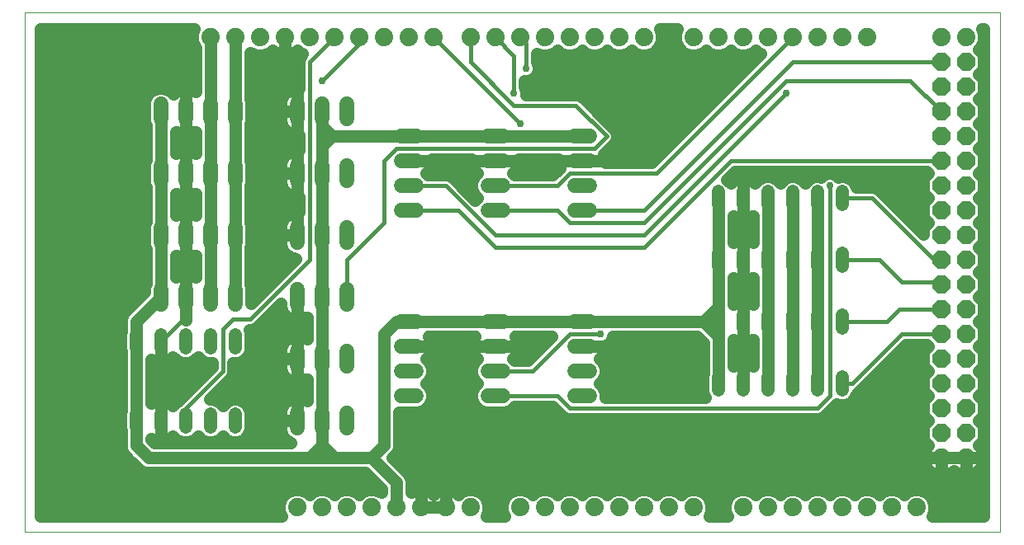
<source format=gtl>
G75*
%MOIN*%
%OFA0B0*%
%FSLAX25Y25*%
%IPPOS*%
%LPD*%
%AMOC8*
5,1,8,0,0,1.08239X$1,22.5*
%
%ADD10C,0.00000*%
%ADD11C,0.07400*%
%ADD12OC8,0.07400*%
%ADD13C,0.06000*%
%ADD14C,0.05200*%
%ADD15C,0.05000*%
%ADD16C,0.01600*%
%ADD17C,0.02978*%
D10*
X0026250Y0009200D02*
X0026250Y0219161D01*
X0419951Y0219161D01*
X0419951Y0009200D01*
X0026250Y0009200D01*
D11*
X0136250Y0019200D03*
X0146250Y0019200D03*
X0156250Y0019200D03*
X0166250Y0019200D03*
X0176250Y0019200D03*
X0186250Y0019200D03*
X0196250Y0019200D03*
X0206250Y0019200D03*
X0226250Y0019200D03*
X0236250Y0019200D03*
X0246250Y0019200D03*
X0256250Y0019200D03*
X0266250Y0019200D03*
X0276250Y0019200D03*
X0286250Y0019200D03*
X0296250Y0019200D03*
X0316250Y0019200D03*
X0326250Y0019200D03*
X0336250Y0019200D03*
X0346250Y0019200D03*
X0356250Y0019200D03*
X0366250Y0019200D03*
X0376250Y0019200D03*
X0386250Y0019200D03*
X0396250Y0039200D03*
X0406250Y0039200D03*
X0406250Y0209200D03*
X0396250Y0209200D03*
X0366250Y0209200D03*
X0356250Y0209200D03*
X0346250Y0209200D03*
X0336250Y0209200D03*
X0326250Y0209200D03*
X0316250Y0209200D03*
X0306250Y0209200D03*
X0296250Y0209200D03*
X0276250Y0209200D03*
X0266250Y0209200D03*
X0256250Y0209200D03*
X0246250Y0209200D03*
X0236250Y0209200D03*
X0226250Y0209200D03*
X0216250Y0209200D03*
X0206250Y0209200D03*
X0191250Y0209200D03*
X0181250Y0209200D03*
X0171250Y0209200D03*
X0161250Y0209200D03*
X0151250Y0209200D03*
X0141250Y0209200D03*
X0131250Y0209200D03*
X0121250Y0209200D03*
X0111250Y0209200D03*
X0101250Y0209200D03*
D12*
X0396250Y0199200D03*
X0406250Y0199200D03*
X0406250Y0189200D03*
X0396250Y0189200D03*
X0396250Y0179200D03*
X0406250Y0179200D03*
X0406250Y0169200D03*
X0396250Y0169200D03*
X0396250Y0159200D03*
X0406250Y0159200D03*
X0406250Y0149200D03*
X0396250Y0149200D03*
X0396250Y0139200D03*
X0406250Y0139200D03*
X0406250Y0129200D03*
X0396250Y0129200D03*
X0396250Y0119200D03*
X0406250Y0119200D03*
X0406250Y0109200D03*
X0396250Y0109200D03*
X0396250Y0099200D03*
X0406250Y0099200D03*
X0406250Y0089200D03*
X0396250Y0089200D03*
X0396250Y0079200D03*
X0406250Y0079200D03*
X0406250Y0069200D03*
X0396250Y0069200D03*
X0396250Y0059200D03*
X0406250Y0059200D03*
X0406250Y0049200D03*
X0396250Y0049200D03*
D13*
X0254250Y0064200D02*
X0248250Y0064200D01*
X0248250Y0074200D02*
X0254250Y0074200D01*
X0254250Y0084200D02*
X0248250Y0084200D01*
X0248250Y0094200D02*
X0254250Y0094200D01*
X0219250Y0094200D02*
X0213250Y0094200D01*
X0213250Y0084200D02*
X0219250Y0084200D01*
X0219250Y0074200D02*
X0213250Y0074200D01*
X0213250Y0064200D02*
X0219250Y0064200D01*
X0184250Y0064200D02*
X0178250Y0064200D01*
X0178250Y0074200D02*
X0184250Y0074200D01*
X0184250Y0084200D02*
X0178250Y0084200D01*
X0178250Y0094200D02*
X0184250Y0094200D01*
X0156250Y0101200D02*
X0156250Y0107200D01*
X0146250Y0107200D02*
X0146250Y0101200D01*
X0136250Y0101200D02*
X0136250Y0107200D01*
X0111250Y0107200D02*
X0111250Y0101200D01*
X0101250Y0101200D02*
X0101250Y0107200D01*
X0091250Y0107200D02*
X0091250Y0101200D01*
X0081250Y0101200D02*
X0081250Y0107200D01*
X0081250Y0126200D02*
X0081250Y0132200D01*
X0091250Y0132200D02*
X0091250Y0126200D01*
X0101250Y0126200D02*
X0101250Y0132200D01*
X0111250Y0132200D02*
X0111250Y0126200D01*
X0136250Y0126200D02*
X0136250Y0132200D01*
X0146250Y0132200D02*
X0146250Y0126200D01*
X0156250Y0126200D02*
X0156250Y0132200D01*
X0178250Y0139200D02*
X0184250Y0139200D01*
X0184250Y0149200D02*
X0178250Y0149200D01*
X0178250Y0159200D02*
X0184250Y0159200D01*
X0184250Y0169200D02*
X0178250Y0169200D01*
X0156250Y0176200D02*
X0156250Y0182200D01*
X0146250Y0182200D02*
X0146250Y0176200D01*
X0136250Y0176200D02*
X0136250Y0182200D01*
X0111250Y0182200D02*
X0111250Y0176200D01*
X0101250Y0176200D02*
X0101250Y0182200D01*
X0091250Y0182200D02*
X0091250Y0176200D01*
X0081250Y0176200D02*
X0081250Y0182200D01*
X0081250Y0157200D02*
X0081250Y0151200D01*
X0091250Y0151200D02*
X0091250Y0157200D01*
X0101250Y0157200D02*
X0101250Y0151200D01*
X0111250Y0151200D02*
X0111250Y0157200D01*
X0136250Y0157200D02*
X0136250Y0151200D01*
X0146250Y0151200D02*
X0146250Y0157200D01*
X0156250Y0157200D02*
X0156250Y0151200D01*
X0213250Y0149200D02*
X0219250Y0149200D01*
X0219250Y0159200D02*
X0213250Y0159200D01*
X0213250Y0169200D02*
X0219250Y0169200D01*
X0248250Y0169200D02*
X0254250Y0169200D01*
X0254250Y0159200D02*
X0248250Y0159200D01*
X0248250Y0149200D02*
X0254250Y0149200D01*
X0254250Y0139200D02*
X0248250Y0139200D01*
X0219250Y0139200D02*
X0213250Y0139200D01*
X0156250Y0082200D02*
X0156250Y0076200D01*
X0146250Y0076200D02*
X0146250Y0082200D01*
X0136250Y0082200D02*
X0136250Y0076200D01*
X0136250Y0057200D02*
X0136250Y0051200D01*
X0146250Y0051200D02*
X0146250Y0057200D01*
X0156250Y0057200D02*
X0156250Y0051200D01*
D14*
X0111250Y0051600D02*
X0111250Y0056800D01*
X0101250Y0056800D02*
X0101250Y0051600D01*
X0091250Y0051600D02*
X0091250Y0056800D01*
X0081250Y0056800D02*
X0081250Y0051600D01*
X0071250Y0051600D02*
X0071250Y0056800D01*
X0071250Y0083600D02*
X0071250Y0088800D01*
X0081250Y0088800D02*
X0081250Y0083600D01*
X0091250Y0083600D02*
X0091250Y0088800D01*
X0101250Y0088800D02*
X0101250Y0083600D01*
X0111250Y0083600D02*
X0111250Y0088800D01*
X0306250Y0091600D02*
X0306250Y0096800D01*
X0316250Y0096800D02*
X0316250Y0091600D01*
X0326250Y0091600D02*
X0326250Y0096800D01*
X0336250Y0096800D02*
X0336250Y0091600D01*
X0346250Y0091600D02*
X0346250Y0096800D01*
X0356250Y0096800D02*
X0356250Y0091600D01*
X0356250Y0071800D02*
X0356250Y0066600D01*
X0346250Y0066600D02*
X0346250Y0071800D01*
X0336250Y0071800D02*
X0336250Y0066600D01*
X0326250Y0066600D02*
X0326250Y0071800D01*
X0316250Y0071800D02*
X0316250Y0066600D01*
X0306250Y0066600D02*
X0306250Y0071800D01*
X0306250Y0116600D02*
X0306250Y0121800D01*
X0316250Y0121800D02*
X0316250Y0116600D01*
X0326250Y0116600D02*
X0326250Y0121800D01*
X0336250Y0121800D02*
X0336250Y0116600D01*
X0346250Y0116600D02*
X0346250Y0121800D01*
X0356250Y0121800D02*
X0356250Y0116600D01*
X0356250Y0141600D02*
X0356250Y0146800D01*
X0346250Y0146800D02*
X0346250Y0141600D01*
X0336250Y0141600D02*
X0336250Y0146800D01*
X0326250Y0146800D02*
X0326250Y0141600D01*
X0316250Y0141600D02*
X0316250Y0146800D01*
X0306250Y0146800D02*
X0306250Y0141600D01*
D15*
X0306250Y0144200D02*
X0306250Y0119200D01*
X0306250Y0100200D01*
X0300250Y0094200D01*
X0306250Y0088200D01*
X0306250Y0069200D01*
X0300150Y0069182D02*
X0258460Y0069182D01*
X0258442Y0069200D02*
X0259760Y0070518D01*
X0260750Y0072907D01*
X0260750Y0075493D01*
X0259760Y0077882D01*
X0258429Y0079213D01*
X0258545Y0079303D01*
X0259147Y0079905D01*
X0259666Y0080581D01*
X0260092Y0081319D01*
X0260418Y0082106D01*
X0260639Y0082929D01*
X0260750Y0083774D01*
X0260750Y0084200D01*
X0260750Y0084626D01*
X0260750Y0084628D01*
X0261576Y0084971D01*
X0262979Y0086374D01*
X0263736Y0088200D01*
X0297765Y0088200D01*
X0300250Y0085715D01*
X0300250Y0073255D01*
X0300150Y0073013D01*
X0300150Y0065387D01*
X0300931Y0063500D01*
X0260750Y0063500D01*
X0260750Y0065493D01*
X0259760Y0067882D01*
X0258442Y0069200D01*
X0260750Y0074181D02*
X0300250Y0074181D01*
X0300250Y0079179D02*
X0258463Y0079179D01*
X0260750Y0084178D02*
X0300250Y0084178D01*
X0306250Y0088200D02*
X0306250Y0094200D01*
X0300250Y0094200D01*
X0251250Y0094200D01*
X0216250Y0094200D01*
X0181250Y0094200D01*
X0176250Y0094200D01*
X0171250Y0089200D01*
X0171250Y0044200D01*
X0166250Y0039200D01*
X0151250Y0039200D01*
X0146250Y0044200D01*
X0141250Y0039200D01*
X0076250Y0039200D01*
X0071250Y0044200D01*
X0071250Y0054200D01*
X0071250Y0086200D01*
X0071250Y0094200D01*
X0081250Y0104200D01*
X0081250Y0129200D01*
X0081250Y0154200D01*
X0081250Y0179200D01*
X0074750Y0179149D02*
X0032750Y0179149D01*
X0032750Y0174151D02*
X0075063Y0174151D01*
X0075250Y0173700D02*
X0074750Y0174907D01*
X0074750Y0183493D01*
X0075740Y0185882D01*
X0077568Y0187710D01*
X0079957Y0188700D01*
X0082543Y0188700D01*
X0084932Y0187710D01*
X0086263Y0186379D01*
X0086353Y0186495D01*
X0086955Y0187097D01*
X0087631Y0187616D01*
X0088369Y0188042D01*
X0089156Y0188368D01*
X0089979Y0188589D01*
X0090824Y0188700D01*
X0091250Y0188700D01*
X0091250Y0179200D01*
X0091250Y0179200D01*
X0091250Y0188700D01*
X0091676Y0188700D01*
X0092521Y0188589D01*
X0093344Y0188368D01*
X0094131Y0188042D01*
X0094869Y0187616D01*
X0095250Y0187324D01*
X0095250Y0205018D01*
X0095146Y0205122D01*
X0094050Y0207768D01*
X0094050Y0210632D01*
X0094890Y0212661D01*
X0032750Y0212661D01*
X0032750Y0015700D01*
X0129907Y0015700D01*
X0129050Y0017768D01*
X0129050Y0020632D01*
X0130146Y0023278D01*
X0132172Y0025304D01*
X0134818Y0026400D01*
X0137682Y0026400D01*
X0140328Y0025304D01*
X0141250Y0024382D01*
X0142172Y0025304D01*
X0144818Y0026400D01*
X0147682Y0026400D01*
X0150328Y0025304D01*
X0151250Y0024382D01*
X0152172Y0025304D01*
X0154818Y0026400D01*
X0157682Y0026400D01*
X0160328Y0025304D01*
X0161250Y0024382D01*
X0162172Y0025304D01*
X0164818Y0026400D01*
X0167682Y0026400D01*
X0170250Y0025336D01*
X0170250Y0026715D01*
X0163765Y0033200D01*
X0075057Y0033200D01*
X0072851Y0034113D01*
X0071163Y0035801D01*
X0067851Y0039113D01*
X0066163Y0040801D01*
X0065250Y0043007D01*
X0065250Y0050145D01*
X0065150Y0050387D01*
X0065150Y0058013D01*
X0065250Y0058255D01*
X0065250Y0082145D01*
X0065150Y0082387D01*
X0065150Y0090013D01*
X0065250Y0090255D01*
X0065250Y0095393D01*
X0066163Y0097599D01*
X0067851Y0099287D01*
X0074750Y0106185D01*
X0074750Y0108493D01*
X0075250Y0109700D01*
X0075250Y0123700D01*
X0074750Y0124907D01*
X0074750Y0133493D01*
X0075250Y0134700D01*
X0075250Y0148700D01*
X0074750Y0149907D01*
X0074750Y0158493D01*
X0075250Y0159700D01*
X0075250Y0173700D01*
X0075250Y0169152D02*
X0032750Y0169152D01*
X0032750Y0164154D02*
X0075250Y0164154D01*
X0075024Y0159155D02*
X0032750Y0159155D01*
X0032750Y0154157D02*
X0074750Y0154157D01*
X0075060Y0149158D02*
X0032750Y0149158D01*
X0032750Y0144160D02*
X0075250Y0144160D01*
X0075250Y0139161D02*
X0032750Y0139161D01*
X0032750Y0134163D02*
X0075027Y0134163D01*
X0074750Y0129164D02*
X0032750Y0129164D01*
X0032750Y0124166D02*
X0075057Y0124166D01*
X0075250Y0119167D02*
X0032750Y0119167D01*
X0032750Y0114169D02*
X0075250Y0114169D01*
X0075031Y0109170D02*
X0032750Y0109170D01*
X0032750Y0104172D02*
X0072736Y0104172D01*
X0067738Y0099173D02*
X0032750Y0099173D01*
X0032750Y0094175D02*
X0065250Y0094175D01*
X0065150Y0089176D02*
X0032750Y0089176D01*
X0032750Y0084178D02*
X0065150Y0084178D01*
X0065250Y0079179D02*
X0032750Y0079179D01*
X0032750Y0074181D02*
X0065250Y0074181D01*
X0065250Y0069182D02*
X0032750Y0069182D01*
X0032750Y0064184D02*
X0065250Y0064184D01*
X0065250Y0059185D02*
X0032750Y0059185D01*
X0032750Y0054187D02*
X0065150Y0054187D01*
X0065250Y0049188D02*
X0032750Y0049188D01*
X0032750Y0044190D02*
X0065250Y0044190D01*
X0067774Y0039191D02*
X0032750Y0039191D01*
X0032750Y0034193D02*
X0072772Y0034193D01*
X0078735Y0045200D02*
X0077250Y0046685D01*
X0077250Y0046973D01*
X0077276Y0046947D01*
X0078053Y0046383D01*
X0078908Y0045947D01*
X0079822Y0045650D01*
X0080770Y0045500D01*
X0081250Y0045500D01*
X0081730Y0045500D01*
X0082678Y0045650D01*
X0083592Y0045947D01*
X0084447Y0046383D01*
X0085224Y0046947D01*
X0085903Y0047626D01*
X0086195Y0048028D01*
X0087795Y0046429D01*
X0090037Y0045500D01*
X0092463Y0045500D01*
X0094705Y0046429D01*
X0096250Y0047973D01*
X0097795Y0046429D01*
X0100037Y0045500D01*
X0102463Y0045500D01*
X0104705Y0046429D01*
X0106250Y0047973D01*
X0107795Y0046429D01*
X0110037Y0045500D01*
X0112463Y0045500D01*
X0114705Y0046429D01*
X0116421Y0048145D01*
X0117350Y0050387D01*
X0117350Y0058013D01*
X0116421Y0060255D01*
X0114705Y0061971D01*
X0112463Y0062900D01*
X0110037Y0062900D01*
X0107795Y0061971D01*
X0106250Y0060427D01*
X0104705Y0061971D01*
X0102463Y0062900D01*
X0101031Y0062900D01*
X0109895Y0071764D01*
X0110550Y0073345D01*
X0110550Y0077500D01*
X0112463Y0077500D01*
X0114705Y0078429D01*
X0116421Y0080145D01*
X0117350Y0082387D01*
X0117350Y0090013D01*
X0116983Y0090900D01*
X0118105Y0090900D01*
X0119686Y0091555D01*
X0120895Y0092764D01*
X0129750Y0101619D01*
X0129750Y0100774D01*
X0129861Y0099929D01*
X0130082Y0099106D01*
X0130408Y0098319D01*
X0130834Y0097581D01*
X0131353Y0096905D01*
X0131955Y0096303D01*
X0132631Y0095784D01*
X0133369Y0095358D01*
X0134156Y0095032D01*
X0134979Y0094811D01*
X0135824Y0094700D01*
X0136250Y0094700D01*
X0136676Y0094700D01*
X0137521Y0094811D01*
X0138344Y0095032D01*
X0139131Y0095358D01*
X0139869Y0095784D01*
X0140250Y0096076D01*
X0140250Y0087324D01*
X0139869Y0087616D01*
X0139131Y0088042D01*
X0138344Y0088368D01*
X0137521Y0088589D01*
X0136676Y0088700D01*
X0136250Y0088700D01*
X0136250Y0079200D01*
X0136250Y0079200D01*
X0136250Y0069700D01*
X0136676Y0069700D01*
X0137521Y0069811D01*
X0138344Y0070032D01*
X0139131Y0070358D01*
X0139869Y0070784D01*
X0140250Y0071076D01*
X0140250Y0062324D01*
X0139869Y0062616D01*
X0139131Y0063042D01*
X0138344Y0063368D01*
X0137521Y0063589D01*
X0136676Y0063700D01*
X0136250Y0063700D01*
X0136250Y0054200D01*
X0136250Y0054200D01*
X0136250Y0054200D01*
X0129750Y0054200D01*
X0129750Y0057626D01*
X0129861Y0058471D01*
X0130082Y0059294D01*
X0130408Y0060081D01*
X0130834Y0060819D01*
X0131353Y0061495D01*
X0131955Y0062097D01*
X0132631Y0062616D01*
X0133369Y0063042D01*
X0134156Y0063368D01*
X0134979Y0063589D01*
X0135824Y0063700D01*
X0136250Y0063700D01*
X0136250Y0054200D01*
X0129750Y0054200D01*
X0129750Y0050774D01*
X0129861Y0049929D01*
X0130082Y0049106D01*
X0130408Y0048319D01*
X0130834Y0047581D01*
X0131353Y0046905D01*
X0131955Y0046303D01*
X0132631Y0045784D01*
X0133369Y0045358D01*
X0133750Y0045200D01*
X0078735Y0045200D01*
X0081250Y0045500D02*
X0081250Y0054200D01*
X0081250Y0054200D01*
X0081250Y0062900D01*
X0081730Y0062900D01*
X0082678Y0062750D01*
X0083592Y0062453D01*
X0084447Y0062017D01*
X0085224Y0061453D01*
X0085903Y0060774D01*
X0086195Y0060372D01*
X0087795Y0061971D01*
X0088043Y0062074D01*
X0101950Y0075981D01*
X0101950Y0077500D01*
X0100037Y0077500D01*
X0097795Y0078429D01*
X0096250Y0079973D01*
X0094705Y0078429D01*
X0092463Y0077500D01*
X0090037Y0077500D01*
X0087795Y0078429D01*
X0086195Y0080028D01*
X0085903Y0079626D01*
X0085224Y0078947D01*
X0084447Y0078383D01*
X0083592Y0077947D01*
X0082678Y0077650D01*
X0081730Y0077500D01*
X0081250Y0077500D01*
X0081250Y0086200D01*
X0081250Y0086200D01*
X0081250Y0077500D01*
X0080770Y0077500D01*
X0079822Y0077650D01*
X0078908Y0077947D01*
X0078053Y0078383D01*
X0077276Y0078947D01*
X0077250Y0078973D01*
X0077250Y0061427D01*
X0077276Y0061453D01*
X0078053Y0062017D01*
X0078908Y0062453D01*
X0079822Y0062750D01*
X0080770Y0062900D01*
X0081250Y0062900D01*
X0081250Y0054200D01*
X0081250Y0045500D01*
X0081250Y0049188D02*
X0081250Y0049188D01*
X0081250Y0054187D02*
X0081250Y0054187D01*
X0081250Y0054200D02*
X0081250Y0054200D01*
X0081250Y0059185D02*
X0081250Y0059185D01*
X0077250Y0064184D02*
X0090153Y0064184D01*
X0095151Y0069182D02*
X0077250Y0069182D01*
X0077250Y0074181D02*
X0100150Y0074181D01*
X0097044Y0079179D02*
X0095456Y0079179D01*
X0087044Y0079179D02*
X0085456Y0079179D01*
X0081250Y0079179D02*
X0081250Y0079179D01*
X0081250Y0084178D02*
X0081250Y0084178D01*
X0091250Y0094900D02*
X0091250Y0104200D01*
X0091250Y0104200D01*
X0091250Y0113700D01*
X0091676Y0113700D01*
X0092521Y0113589D01*
X0093344Y0113368D01*
X0094131Y0113042D01*
X0094869Y0112616D01*
X0095250Y0112324D01*
X0095250Y0121076D01*
X0094869Y0120784D01*
X0094131Y0120358D01*
X0093344Y0120032D01*
X0092521Y0119811D01*
X0091676Y0119700D01*
X0091250Y0119700D01*
X0091250Y0129200D01*
X0091250Y0129200D01*
X0091250Y0138700D01*
X0091676Y0138700D01*
X0092521Y0138589D01*
X0093344Y0138368D01*
X0094131Y0138042D01*
X0094869Y0137616D01*
X0095250Y0137324D01*
X0095250Y0146076D01*
X0094869Y0145784D01*
X0094131Y0145358D01*
X0093344Y0145032D01*
X0092521Y0144811D01*
X0091676Y0144700D01*
X0091250Y0144700D01*
X0091250Y0154200D01*
X0091250Y0154200D01*
X0091250Y0163700D01*
X0091676Y0163700D01*
X0092521Y0163589D01*
X0093344Y0163368D01*
X0094131Y0163042D01*
X0094869Y0162616D01*
X0095250Y0162324D01*
X0095250Y0171076D01*
X0094869Y0170784D01*
X0094131Y0170358D01*
X0093344Y0170032D01*
X0092521Y0169811D01*
X0091676Y0169700D01*
X0091250Y0169700D01*
X0091250Y0179200D01*
X0091250Y0179200D01*
X0091250Y0169700D01*
X0090824Y0169700D01*
X0089979Y0169811D01*
X0089156Y0170032D01*
X0088369Y0170358D01*
X0087631Y0170784D01*
X0087250Y0171076D01*
X0087250Y0162324D01*
X0087631Y0162616D01*
X0088369Y0163042D01*
X0089156Y0163368D01*
X0089979Y0163589D01*
X0090824Y0163700D01*
X0091250Y0163700D01*
X0091250Y0154200D01*
X0091250Y0154200D01*
X0091250Y0144700D01*
X0090824Y0144700D01*
X0089979Y0144811D01*
X0089156Y0145032D01*
X0088369Y0145358D01*
X0087631Y0145784D01*
X0087250Y0146076D01*
X0087250Y0137324D01*
X0087631Y0137616D01*
X0088369Y0138042D01*
X0089156Y0138368D01*
X0089979Y0138589D01*
X0090824Y0138700D01*
X0091250Y0138700D01*
X0091250Y0129200D01*
X0091250Y0129200D01*
X0091250Y0119700D01*
X0090824Y0119700D01*
X0089979Y0119811D01*
X0089156Y0120032D01*
X0088369Y0120358D01*
X0087631Y0120784D01*
X0087250Y0121076D01*
X0087250Y0112324D01*
X0087631Y0112616D01*
X0088369Y0113042D01*
X0089156Y0113368D01*
X0089979Y0113589D01*
X0090824Y0113700D01*
X0091250Y0113700D01*
X0091250Y0104200D01*
X0091250Y0094900D01*
X0091250Y0094900D01*
X0091250Y0099173D02*
X0091250Y0099173D01*
X0091250Y0104172D02*
X0091250Y0104172D01*
X0091250Y0104200D02*
X0091250Y0104200D01*
X0091250Y0109170D02*
X0091250Y0109170D01*
X0087250Y0114169D02*
X0095250Y0114169D01*
X0095250Y0119167D02*
X0087250Y0119167D01*
X0091250Y0124166D02*
X0091250Y0124166D01*
X0091250Y0129164D02*
X0091250Y0129164D01*
X0091250Y0134163D02*
X0091250Y0134163D01*
X0087250Y0139161D02*
X0095250Y0139161D01*
X0095250Y0144160D02*
X0087250Y0144160D01*
X0091250Y0149158D02*
X0091250Y0149158D01*
X0091250Y0154157D02*
X0091250Y0154157D01*
X0091250Y0159155D02*
X0091250Y0159155D01*
X0087250Y0164154D02*
X0095250Y0164154D01*
X0095250Y0169152D02*
X0087250Y0169152D01*
X0091250Y0174151D02*
X0091250Y0174151D01*
X0091250Y0179149D02*
X0091250Y0179149D01*
X0091250Y0184148D02*
X0091250Y0184148D01*
X0095250Y0189146D02*
X0032750Y0189146D01*
X0032750Y0184148D02*
X0075021Y0184148D01*
X0095250Y0194145D02*
X0032750Y0194145D01*
X0032750Y0199143D02*
X0095250Y0199143D01*
X0095250Y0204142D02*
X0032750Y0204142D01*
X0032750Y0209140D02*
X0094050Y0209140D01*
X0101250Y0209200D02*
X0101250Y0179200D01*
X0101250Y0154200D01*
X0101250Y0129200D01*
X0101250Y0104200D01*
X0111250Y0104200D02*
X0111250Y0129200D01*
X0111250Y0154200D01*
X0111250Y0179200D01*
X0111250Y0209200D01*
X0117250Y0203064D02*
X0119818Y0202000D01*
X0122682Y0202000D01*
X0125328Y0203096D01*
X0126250Y0204018D01*
X0126493Y0203775D01*
X0127241Y0203201D01*
X0128059Y0202729D01*
X0128931Y0202367D01*
X0129842Y0202123D01*
X0130778Y0202000D01*
X0131250Y0202000D01*
X0131722Y0202000D01*
X0132658Y0202123D01*
X0133569Y0202367D01*
X0134441Y0202729D01*
X0135259Y0203201D01*
X0136007Y0203775D01*
X0136250Y0204018D01*
X0137172Y0203096D01*
X0138510Y0202542D01*
X0137605Y0201636D01*
X0136950Y0200055D01*
X0136950Y0188664D01*
X0136676Y0188700D01*
X0136250Y0188700D01*
X0136250Y0179200D01*
X0136250Y0179200D01*
X0136250Y0169700D01*
X0136676Y0169700D01*
X0136950Y0169736D01*
X0136950Y0163664D01*
X0136676Y0163700D01*
X0136250Y0163700D01*
X0136250Y0154200D01*
X0136250Y0154200D01*
X0136250Y0144700D01*
X0136676Y0144700D01*
X0136950Y0144736D01*
X0136950Y0138664D01*
X0136676Y0138700D01*
X0136250Y0138700D01*
X0136250Y0129200D01*
X0136250Y0129200D01*
X0136250Y0129200D01*
X0129750Y0129200D01*
X0129750Y0132626D01*
X0129861Y0133471D01*
X0130082Y0134294D01*
X0130408Y0135081D01*
X0130834Y0135819D01*
X0131353Y0136495D01*
X0131955Y0137097D01*
X0132631Y0137616D01*
X0133369Y0138042D01*
X0134156Y0138368D01*
X0134979Y0138589D01*
X0135824Y0138700D01*
X0136250Y0138700D01*
X0136250Y0129200D01*
X0129750Y0129200D01*
X0129750Y0125774D01*
X0129861Y0124929D01*
X0130082Y0124106D01*
X0130408Y0123319D01*
X0130834Y0122581D01*
X0131353Y0121905D01*
X0131955Y0121303D01*
X0132631Y0120784D01*
X0133369Y0120358D01*
X0134156Y0120032D01*
X0134979Y0119811D01*
X0135687Y0119718D01*
X0117750Y0101781D01*
X0117750Y0108493D01*
X0117250Y0109700D01*
X0117250Y0123700D01*
X0117750Y0124907D01*
X0117750Y0133493D01*
X0117250Y0134700D01*
X0117250Y0148700D01*
X0117750Y0149907D01*
X0117750Y0158493D01*
X0117250Y0159700D01*
X0117250Y0173700D01*
X0117750Y0174907D01*
X0117750Y0183493D01*
X0117250Y0184700D01*
X0117250Y0203064D01*
X0117250Y0199143D02*
X0136950Y0199143D01*
X0131250Y0202000D02*
X0131250Y0209200D01*
X0131250Y0209200D01*
X0131250Y0202000D01*
X0131250Y0204142D02*
X0131250Y0204142D01*
X0131250Y0209140D02*
X0131250Y0209140D01*
X0136950Y0194145D02*
X0117250Y0194145D01*
X0117250Y0189146D02*
X0136950Y0189146D01*
X0136250Y0188700D02*
X0135824Y0188700D01*
X0134979Y0188589D01*
X0134156Y0188368D01*
X0133369Y0188042D01*
X0132631Y0187616D01*
X0131955Y0187097D01*
X0131353Y0186495D01*
X0130834Y0185819D01*
X0130408Y0185081D01*
X0130082Y0184294D01*
X0129861Y0183471D01*
X0129750Y0182626D01*
X0129750Y0179200D01*
X0136250Y0179200D01*
X0136250Y0179200D01*
X0136250Y0179200D01*
X0136250Y0188700D01*
X0136250Y0184148D02*
X0136250Y0184148D01*
X0130043Y0184148D02*
X0117479Y0184148D01*
X0117750Y0179149D02*
X0129750Y0179149D01*
X0129750Y0179200D02*
X0129750Y0175774D01*
X0129861Y0174929D01*
X0130082Y0174106D01*
X0130408Y0173319D01*
X0130834Y0172581D01*
X0131353Y0171905D01*
X0131955Y0171303D01*
X0132631Y0170784D01*
X0133369Y0170358D01*
X0134156Y0170032D01*
X0134979Y0169811D01*
X0135824Y0169700D01*
X0136250Y0169700D01*
X0136250Y0179200D01*
X0129750Y0179200D01*
X0136250Y0179149D02*
X0136250Y0179149D01*
X0136250Y0174151D02*
X0136250Y0174151D01*
X0130070Y0174151D02*
X0117437Y0174151D01*
X0117250Y0169152D02*
X0136950Y0169152D01*
X0136950Y0164154D02*
X0117250Y0164154D01*
X0117476Y0159155D02*
X0130045Y0159155D01*
X0130082Y0159294D02*
X0129861Y0158471D01*
X0129750Y0157626D01*
X0129750Y0154200D01*
X0136250Y0154200D01*
X0136250Y0154200D01*
X0136250Y0154200D01*
X0136250Y0163700D01*
X0135824Y0163700D01*
X0134979Y0163589D01*
X0134156Y0163368D01*
X0133369Y0163042D01*
X0132631Y0162616D01*
X0131955Y0162097D01*
X0131353Y0161495D01*
X0130834Y0160819D01*
X0130408Y0160081D01*
X0130082Y0159294D01*
X0136250Y0159155D02*
X0136250Y0159155D01*
X0136250Y0154200D02*
X0129750Y0154200D01*
X0129750Y0150774D01*
X0129861Y0149929D01*
X0130082Y0149106D01*
X0130408Y0148319D01*
X0130834Y0147581D01*
X0131353Y0146905D01*
X0131955Y0146303D01*
X0132631Y0145784D01*
X0133369Y0145358D01*
X0134156Y0145032D01*
X0134979Y0144811D01*
X0135824Y0144700D01*
X0136250Y0144700D01*
X0136250Y0154200D01*
X0136250Y0154157D02*
X0136250Y0154157D01*
X0129750Y0154157D02*
X0117750Y0154157D01*
X0117440Y0149158D02*
X0130068Y0149158D01*
X0136250Y0149158D02*
X0136250Y0149158D01*
X0136950Y0144160D02*
X0117250Y0144160D01*
X0117250Y0139161D02*
X0136950Y0139161D01*
X0136250Y0134163D02*
X0136250Y0134163D01*
X0130047Y0134163D02*
X0117473Y0134163D01*
X0117750Y0129164D02*
X0129750Y0129164D01*
X0130066Y0124166D02*
X0117443Y0124166D01*
X0117250Y0119167D02*
X0135136Y0119167D01*
X0130138Y0114169D02*
X0117250Y0114169D01*
X0117469Y0109170D02*
X0125139Y0109170D01*
X0120141Y0104172D02*
X0117750Y0104172D01*
X0127304Y0099173D02*
X0130064Y0099173D01*
X0136250Y0099173D02*
X0136250Y0099173D01*
X0136250Y0094700D02*
X0136250Y0104200D01*
X0136250Y0104200D01*
X0136250Y0094700D01*
X0140250Y0094175D02*
X0122306Y0094175D01*
X0117350Y0089176D02*
X0140250Y0089176D01*
X0136250Y0088700D02*
X0135824Y0088700D01*
X0134979Y0088589D01*
X0134156Y0088368D01*
X0133369Y0088042D01*
X0132631Y0087616D01*
X0131955Y0087097D01*
X0131353Y0086495D01*
X0130834Y0085819D01*
X0130408Y0085081D01*
X0130082Y0084294D01*
X0129861Y0083471D01*
X0129750Y0082626D01*
X0129750Y0079200D01*
X0136250Y0079200D01*
X0136250Y0079200D01*
X0136250Y0079200D01*
X0136250Y0088700D01*
X0136250Y0084178D02*
X0136250Y0084178D01*
X0130051Y0084178D02*
X0117350Y0084178D01*
X0115456Y0079179D02*
X0129750Y0079179D01*
X0129750Y0079200D02*
X0129750Y0075774D01*
X0129861Y0074929D01*
X0130082Y0074106D01*
X0130408Y0073319D01*
X0130834Y0072581D01*
X0131353Y0071905D01*
X0131955Y0071303D01*
X0132631Y0070784D01*
X0133369Y0070358D01*
X0134156Y0070032D01*
X0134979Y0069811D01*
X0135824Y0069700D01*
X0136250Y0069700D01*
X0136250Y0079200D01*
X0129750Y0079200D01*
X0136250Y0079179D02*
X0136250Y0079179D01*
X0136250Y0074181D02*
X0136250Y0074181D01*
X0130062Y0074181D02*
X0110550Y0074181D01*
X0107313Y0069182D02*
X0140250Y0069182D01*
X0140250Y0064184D02*
X0102315Y0064184D01*
X0116865Y0059185D02*
X0130053Y0059185D01*
X0136250Y0059185D02*
X0136250Y0059185D01*
X0129750Y0054187D02*
X0117350Y0054187D01*
X0116854Y0049188D02*
X0130060Y0049188D01*
X0141250Y0039200D02*
X0146250Y0039200D01*
X0146250Y0044200D01*
X0146250Y0054200D01*
X0146250Y0079200D01*
X0146250Y0104200D01*
X0146250Y0129200D01*
X0146250Y0154200D01*
X0146250Y0165200D01*
X0150250Y0169200D01*
X0146250Y0173200D01*
X0146250Y0179200D01*
X0146250Y0169200D01*
X0146250Y0165200D01*
X0147250Y0169200D02*
X0150250Y0169200D01*
X0181250Y0169200D01*
X0216250Y0169200D01*
X0251250Y0169200D01*
X0260127Y0161996D02*
X0263686Y0165555D01*
X0264895Y0166764D01*
X0265550Y0168345D01*
X0265550Y0170055D01*
X0264895Y0171636D01*
X0252395Y0184136D01*
X0251186Y0185345D01*
X0249605Y0186000D01*
X0228739Y0186000D01*
X0228739Y0187692D01*
X0228050Y0189356D01*
X0228050Y0191711D01*
X0229742Y0191711D01*
X0231576Y0192471D01*
X0232979Y0193874D01*
X0233739Y0195708D01*
X0233739Y0197692D01*
X0233050Y0199356D01*
X0233050Y0202732D01*
X0234818Y0202000D01*
X0237682Y0202000D01*
X0240328Y0203096D01*
X0241250Y0204018D01*
X0242172Y0203096D01*
X0244818Y0202000D01*
X0247682Y0202000D01*
X0250328Y0203096D01*
X0251250Y0204018D01*
X0252172Y0203096D01*
X0254818Y0202000D01*
X0257682Y0202000D01*
X0260328Y0203096D01*
X0261250Y0204018D01*
X0262172Y0203096D01*
X0264818Y0202000D01*
X0267682Y0202000D01*
X0270328Y0203096D01*
X0271250Y0204018D01*
X0272172Y0203096D01*
X0274818Y0202000D01*
X0277682Y0202000D01*
X0280328Y0203096D01*
X0282354Y0205122D01*
X0283450Y0207768D01*
X0283450Y0210632D01*
X0282610Y0212661D01*
X0289890Y0212661D01*
X0289050Y0210632D01*
X0289050Y0207768D01*
X0290146Y0205122D01*
X0292172Y0203096D01*
X0294818Y0202000D01*
X0297682Y0202000D01*
X0300328Y0203096D01*
X0301250Y0204018D01*
X0302172Y0203096D01*
X0304818Y0202000D01*
X0307682Y0202000D01*
X0310328Y0203096D01*
X0311250Y0204018D01*
X0312172Y0203096D01*
X0314818Y0202000D01*
X0317682Y0202000D01*
X0320328Y0203096D01*
X0321250Y0204018D01*
X0322172Y0203096D01*
X0323510Y0202542D01*
X0279469Y0158500D01*
X0260714Y0158500D01*
X0260750Y0158774D01*
X0260750Y0159200D01*
X0260750Y0159626D01*
X0260639Y0160471D01*
X0260418Y0161294D01*
X0260127Y0161996D01*
X0260750Y0159200D02*
X0251250Y0159200D01*
X0251250Y0159200D01*
X0251250Y0159200D01*
X0241750Y0159200D01*
X0241750Y0159626D01*
X0241786Y0159900D01*
X0225714Y0159900D01*
X0225750Y0159626D01*
X0225750Y0159200D01*
X0216250Y0159200D01*
X0216250Y0159200D01*
X0216250Y0159200D01*
X0206750Y0159200D01*
X0206750Y0159626D01*
X0206786Y0159900D01*
X0190714Y0159900D01*
X0190750Y0159626D01*
X0190750Y0159200D01*
X0181250Y0159200D01*
X0181250Y0159200D01*
X0190750Y0159200D01*
X0190750Y0158774D01*
X0190639Y0157929D01*
X0190418Y0157106D01*
X0190092Y0156319D01*
X0189666Y0155581D01*
X0189147Y0154905D01*
X0188545Y0154303D01*
X0188429Y0154213D01*
X0189142Y0153500D01*
X0195395Y0153500D01*
X0197105Y0153500D01*
X0198686Y0152845D01*
X0208194Y0143337D01*
X0209058Y0144200D01*
X0207740Y0145518D01*
X0206750Y0147907D01*
X0206750Y0150493D01*
X0207740Y0152882D01*
X0209071Y0154213D01*
X0208955Y0154303D01*
X0208353Y0154905D01*
X0207834Y0155581D01*
X0207408Y0156319D01*
X0207082Y0157106D01*
X0206861Y0157929D01*
X0206750Y0158774D01*
X0206750Y0159200D01*
X0216250Y0159200D01*
X0225750Y0159200D01*
X0225750Y0158774D01*
X0225639Y0157929D01*
X0225418Y0157106D01*
X0225092Y0156319D01*
X0224666Y0155581D01*
X0224147Y0154905D01*
X0223545Y0154303D01*
X0223429Y0154213D01*
X0224142Y0153500D01*
X0239469Y0153500D01*
X0242373Y0156404D01*
X0242082Y0157106D01*
X0241861Y0157929D01*
X0241750Y0158774D01*
X0241750Y0159200D01*
X0251250Y0159200D01*
X0260750Y0159200D01*
X0260750Y0159155D02*
X0280124Y0159155D01*
X0285123Y0164154D02*
X0262285Y0164154D01*
X0265550Y0169152D02*
X0290121Y0169152D01*
X0295120Y0174151D02*
X0262380Y0174151D01*
X0257382Y0179149D02*
X0300118Y0179149D01*
X0305117Y0184148D02*
X0252383Y0184148D01*
X0233092Y0194145D02*
X0315114Y0194145D01*
X0310115Y0189146D02*
X0228137Y0189146D01*
X0233138Y0199143D02*
X0320112Y0199143D01*
X0291126Y0204142D02*
X0281374Y0204142D01*
X0283450Y0209140D02*
X0289050Y0209140D01*
X0241750Y0159155D02*
X0225750Y0159155D01*
X0223486Y0154157D02*
X0240126Y0154157D01*
X0209014Y0154157D02*
X0188486Y0154157D01*
X0190750Y0159155D02*
X0206750Y0159155D01*
X0206750Y0149158D02*
X0202373Y0149158D01*
X0207371Y0144160D02*
X0209017Y0144160D01*
X0136250Y0104172D02*
X0136250Y0104172D01*
X0181250Y0084200D02*
X0190750Y0084200D01*
X0190750Y0084626D01*
X0190639Y0085471D01*
X0190418Y0086294D01*
X0190092Y0087081D01*
X0189666Y0087819D01*
X0189374Y0088200D01*
X0208126Y0088200D01*
X0207834Y0087819D01*
X0207408Y0087081D01*
X0207082Y0086294D01*
X0206861Y0085471D01*
X0206750Y0084626D01*
X0206750Y0084200D01*
X0216250Y0084200D01*
X0225750Y0084200D01*
X0225750Y0084626D01*
X0225639Y0085471D01*
X0225418Y0086294D01*
X0225092Y0087081D01*
X0224666Y0087819D01*
X0224374Y0088200D01*
X0239169Y0088200D01*
X0229469Y0078500D01*
X0224142Y0078500D01*
X0223429Y0079213D01*
X0223545Y0079303D01*
X0224147Y0079905D01*
X0224666Y0080581D01*
X0225092Y0081319D01*
X0225418Y0082106D01*
X0225639Y0082929D01*
X0225750Y0083774D01*
X0225750Y0084200D01*
X0216250Y0084200D01*
X0216250Y0084200D01*
X0216250Y0084200D01*
X0206750Y0084200D01*
X0206750Y0083774D01*
X0206861Y0082929D01*
X0207082Y0082106D01*
X0207408Y0081319D01*
X0207834Y0080581D01*
X0208353Y0079905D01*
X0208955Y0079303D01*
X0209071Y0079213D01*
X0207740Y0077882D01*
X0206750Y0075493D01*
X0206750Y0072907D01*
X0207740Y0070518D01*
X0209058Y0069200D01*
X0207740Y0067882D01*
X0206750Y0065493D01*
X0206750Y0062907D01*
X0207740Y0060518D01*
X0209568Y0058690D01*
X0211957Y0057700D01*
X0220543Y0057700D01*
X0222932Y0058690D01*
X0224142Y0059900D01*
X0239469Y0059900D01*
X0242605Y0056764D01*
X0243814Y0055555D01*
X0245395Y0054900D01*
X0347105Y0054900D01*
X0348686Y0055555D01*
X0353686Y0060555D01*
X0354043Y0060912D01*
X0355037Y0060500D01*
X0357463Y0060500D01*
X0359705Y0061429D01*
X0361421Y0063145D01*
X0362350Y0065387D01*
X0362350Y0065416D01*
X0362686Y0065555D01*
X0363895Y0066764D01*
X0382031Y0084900D01*
X0390368Y0084900D01*
X0391068Y0084200D01*
X0389050Y0082182D01*
X0389050Y0076218D01*
X0391068Y0074200D01*
X0389050Y0072182D01*
X0389050Y0066218D01*
X0391068Y0064200D01*
X0389050Y0062182D01*
X0389050Y0056218D01*
X0391068Y0054200D01*
X0389050Y0052182D01*
X0389050Y0046218D01*
X0391068Y0044200D01*
X0390825Y0043957D01*
X0390251Y0043209D01*
X0389779Y0042391D01*
X0389417Y0041519D01*
X0389173Y0040608D01*
X0389050Y0039672D01*
X0389050Y0039200D01*
X0396250Y0039200D01*
X0406250Y0039200D01*
X0413450Y0039200D01*
X0413450Y0039672D01*
X0413327Y0040608D01*
X0413083Y0041519D01*
X0412721Y0042391D01*
X0412249Y0043209D01*
X0411675Y0043957D01*
X0411432Y0044200D01*
X0413450Y0046218D01*
X0413450Y0052182D01*
X0411432Y0054200D01*
X0413450Y0056218D01*
X0413450Y0062182D01*
X0411432Y0064200D01*
X0413450Y0066218D01*
X0413450Y0072182D01*
X0411432Y0074200D01*
X0413450Y0076218D01*
X0413450Y0082182D01*
X0411432Y0084200D01*
X0413450Y0086218D01*
X0413450Y0092182D01*
X0411432Y0094200D01*
X0413450Y0096218D01*
X0413450Y0102182D01*
X0411432Y0104200D01*
X0413450Y0106218D01*
X0413450Y0112182D01*
X0411432Y0114200D01*
X0413450Y0116218D01*
X0413450Y0122182D01*
X0411432Y0124200D01*
X0413450Y0126218D01*
X0413450Y0132182D01*
X0411432Y0134200D01*
X0413450Y0136218D01*
X0413450Y0142182D01*
X0411432Y0144200D01*
X0413450Y0146218D01*
X0413450Y0152182D01*
X0411432Y0154200D01*
X0413450Y0156218D01*
X0413450Y0162182D01*
X0411432Y0164200D01*
X0413450Y0166218D01*
X0413450Y0172182D01*
X0411432Y0174200D01*
X0413450Y0176218D01*
X0413450Y0182182D01*
X0411432Y0184200D01*
X0413450Y0186218D01*
X0413450Y0192182D01*
X0411432Y0194200D01*
X0413450Y0196218D01*
X0413450Y0202182D01*
X0411432Y0204200D01*
X0412354Y0205122D01*
X0413450Y0207768D01*
X0413450Y0210632D01*
X0412610Y0212661D01*
X0413451Y0212661D01*
X0413451Y0015700D01*
X0392593Y0015700D01*
X0393450Y0017768D01*
X0393450Y0020632D01*
X0392354Y0023278D01*
X0390328Y0025304D01*
X0387682Y0026400D01*
X0384818Y0026400D01*
X0382172Y0025304D01*
X0381250Y0024382D01*
X0380328Y0025304D01*
X0377682Y0026400D01*
X0374818Y0026400D01*
X0372172Y0025304D01*
X0371250Y0024382D01*
X0370328Y0025304D01*
X0367682Y0026400D01*
X0364818Y0026400D01*
X0362172Y0025304D01*
X0361250Y0024382D01*
X0360328Y0025304D01*
X0357682Y0026400D01*
X0354818Y0026400D01*
X0352172Y0025304D01*
X0351250Y0024382D01*
X0350328Y0025304D01*
X0347682Y0026400D01*
X0344818Y0026400D01*
X0342172Y0025304D01*
X0341250Y0024382D01*
X0340328Y0025304D01*
X0337682Y0026400D01*
X0334818Y0026400D01*
X0332172Y0025304D01*
X0331250Y0024382D01*
X0330328Y0025304D01*
X0327682Y0026400D01*
X0324818Y0026400D01*
X0322172Y0025304D01*
X0321250Y0024382D01*
X0320328Y0025304D01*
X0317682Y0026400D01*
X0314818Y0026400D01*
X0312172Y0025304D01*
X0310146Y0023278D01*
X0309050Y0020632D01*
X0309050Y0017768D01*
X0309907Y0015700D01*
X0302593Y0015700D01*
X0303450Y0017768D01*
X0303450Y0020632D01*
X0302354Y0023278D01*
X0300328Y0025304D01*
X0297682Y0026400D01*
X0294818Y0026400D01*
X0292172Y0025304D01*
X0291250Y0024382D01*
X0290328Y0025304D01*
X0287682Y0026400D01*
X0284818Y0026400D01*
X0282172Y0025304D01*
X0281250Y0024382D01*
X0280328Y0025304D01*
X0277682Y0026400D01*
X0274818Y0026400D01*
X0272172Y0025304D01*
X0271250Y0024382D01*
X0270328Y0025304D01*
X0267682Y0026400D01*
X0264818Y0026400D01*
X0262172Y0025304D01*
X0261250Y0024382D01*
X0260328Y0025304D01*
X0257682Y0026400D01*
X0254818Y0026400D01*
X0252172Y0025304D01*
X0251250Y0024382D01*
X0250328Y0025304D01*
X0247682Y0026400D01*
X0244818Y0026400D01*
X0242172Y0025304D01*
X0241250Y0024382D01*
X0240328Y0025304D01*
X0237682Y0026400D01*
X0234818Y0026400D01*
X0232172Y0025304D01*
X0231250Y0024382D01*
X0230328Y0025304D01*
X0227682Y0026400D01*
X0224818Y0026400D01*
X0222172Y0025304D01*
X0220146Y0023278D01*
X0219050Y0020632D01*
X0219050Y0017768D01*
X0219907Y0015700D01*
X0212593Y0015700D01*
X0213450Y0017768D01*
X0213450Y0020632D01*
X0212354Y0023278D01*
X0210328Y0025304D01*
X0207682Y0026400D01*
X0204818Y0026400D01*
X0202172Y0025304D01*
X0201250Y0024382D01*
X0201007Y0024625D01*
X0200259Y0025199D01*
X0199441Y0025671D01*
X0198569Y0026033D01*
X0197658Y0026277D01*
X0196722Y0026400D01*
X0196250Y0026400D01*
X0196250Y0019200D01*
X0196250Y0019200D01*
X0196250Y0019200D01*
X0186250Y0019200D01*
X0186250Y0019200D01*
X0186250Y0019200D01*
X0186250Y0026400D01*
X0186722Y0026400D01*
X0187658Y0026277D01*
X0188569Y0026033D01*
X0189441Y0025671D01*
X0190259Y0025199D01*
X0191007Y0024625D01*
X0191250Y0024382D01*
X0191493Y0024625D01*
X0192241Y0025199D01*
X0193059Y0025671D01*
X0193931Y0026033D01*
X0194842Y0026277D01*
X0195778Y0026400D01*
X0196250Y0026400D01*
X0196250Y0019200D01*
X0189050Y0019200D01*
X0186250Y0019200D01*
X0186250Y0026400D01*
X0185778Y0026400D01*
X0184842Y0026277D01*
X0183931Y0026033D01*
X0183059Y0025671D01*
X0182250Y0025204D01*
X0182250Y0030393D01*
X0181337Y0032599D01*
X0174735Y0039200D01*
X0176337Y0040801D01*
X0177250Y0043007D01*
X0177250Y0057700D01*
X0185543Y0057700D01*
X0187932Y0058690D01*
X0189760Y0060518D01*
X0190750Y0062907D01*
X0190750Y0065493D01*
X0189760Y0067882D01*
X0188442Y0069200D01*
X0189760Y0070518D01*
X0190750Y0072907D01*
X0190750Y0075493D01*
X0189760Y0077882D01*
X0188429Y0079213D01*
X0188545Y0079303D01*
X0189147Y0079905D01*
X0189666Y0080581D01*
X0190092Y0081319D01*
X0190418Y0082106D01*
X0190639Y0082929D01*
X0190750Y0083774D01*
X0190750Y0084200D01*
X0181250Y0084200D01*
X0181250Y0084200D01*
X0188463Y0079179D02*
X0209037Y0079179D01*
X0206750Y0074181D02*
X0190750Y0074181D01*
X0188460Y0069182D02*
X0209040Y0069182D01*
X0206750Y0064184D02*
X0190750Y0064184D01*
X0188427Y0059185D02*
X0209072Y0059185D01*
X0223427Y0059185D02*
X0240184Y0059185D01*
X0260750Y0064184D02*
X0300648Y0064184D01*
X0316250Y0069200D02*
X0316250Y0077900D01*
X0316250Y0069200D01*
X0316250Y0069200D01*
X0316250Y0074181D02*
X0316250Y0074181D01*
X0315770Y0077900D02*
X0314822Y0077750D01*
X0313908Y0077453D01*
X0313053Y0077017D01*
X0312276Y0076453D01*
X0312250Y0076427D01*
X0312250Y0086973D01*
X0312276Y0086947D01*
X0313053Y0086383D01*
X0313908Y0085947D01*
X0314822Y0085650D01*
X0315770Y0085500D01*
X0316250Y0085500D01*
X0316730Y0085500D01*
X0317678Y0085650D01*
X0318592Y0085947D01*
X0319447Y0086383D01*
X0320224Y0086947D01*
X0320250Y0086973D01*
X0320250Y0076427D01*
X0320224Y0076453D01*
X0319447Y0077017D01*
X0318592Y0077453D01*
X0317678Y0077750D01*
X0316730Y0077900D01*
X0316250Y0077900D01*
X0315770Y0077900D01*
X0312250Y0079179D02*
X0320250Y0079179D01*
X0320250Y0084178D02*
X0312250Y0084178D01*
X0316250Y0085500D02*
X0316250Y0094200D01*
X0316250Y0094200D01*
X0316250Y0102900D01*
X0316730Y0102900D01*
X0317678Y0102750D01*
X0318592Y0102453D01*
X0319447Y0102017D01*
X0320224Y0101453D01*
X0320250Y0101427D01*
X0320250Y0111973D01*
X0320224Y0111947D01*
X0319447Y0111383D01*
X0318592Y0110947D01*
X0317678Y0110650D01*
X0316730Y0110500D01*
X0316250Y0110500D01*
X0316250Y0119200D01*
X0316250Y0119200D01*
X0316250Y0127900D01*
X0316730Y0127900D01*
X0317678Y0127750D01*
X0318592Y0127453D01*
X0319447Y0127017D01*
X0320224Y0126453D01*
X0320250Y0126427D01*
X0320250Y0136973D01*
X0320224Y0136947D01*
X0319447Y0136383D01*
X0318592Y0135947D01*
X0317678Y0135650D01*
X0316730Y0135500D01*
X0316250Y0135500D01*
X0316250Y0144200D01*
X0316250Y0144200D01*
X0316250Y0152900D01*
X0316730Y0152900D01*
X0317678Y0152750D01*
X0318592Y0152453D01*
X0319447Y0152017D01*
X0320224Y0151453D01*
X0320903Y0150774D01*
X0321195Y0150372D01*
X0322795Y0151971D01*
X0325037Y0152900D01*
X0327463Y0152900D01*
X0329705Y0151971D01*
X0331250Y0150427D01*
X0332795Y0151971D01*
X0335037Y0152900D01*
X0337463Y0152900D01*
X0339705Y0151971D01*
X0341250Y0150427D01*
X0342795Y0151971D01*
X0345037Y0152900D01*
X0347463Y0152900D01*
X0347768Y0152774D01*
X0348424Y0153429D01*
X0350258Y0154189D01*
X0352242Y0154189D01*
X0354076Y0153429D01*
X0354732Y0152774D01*
X0355037Y0152900D01*
X0357463Y0152900D01*
X0359705Y0151971D01*
X0361421Y0150255D01*
X0362148Y0148500D01*
X0367395Y0148500D01*
X0369105Y0148500D01*
X0370686Y0147845D01*
X0389050Y0129481D01*
X0389050Y0132182D01*
X0391068Y0134200D01*
X0389050Y0136218D01*
X0389050Y0142182D01*
X0391068Y0144200D01*
X0389050Y0146218D01*
X0389050Y0152182D01*
X0391068Y0154200D01*
X0390368Y0154900D01*
X0313031Y0154900D01*
X0309904Y0151773D01*
X0311305Y0150372D01*
X0311597Y0150774D01*
X0312276Y0151453D01*
X0313053Y0152017D01*
X0313908Y0152453D01*
X0314822Y0152750D01*
X0315770Y0152900D01*
X0316250Y0152900D01*
X0316250Y0144200D01*
X0316250Y0144200D01*
X0316250Y0135500D01*
X0315770Y0135500D01*
X0314822Y0135650D01*
X0313908Y0135947D01*
X0313053Y0136383D01*
X0312276Y0136947D01*
X0312250Y0136973D01*
X0312250Y0126427D01*
X0312276Y0126453D01*
X0313053Y0127017D01*
X0313908Y0127453D01*
X0314822Y0127750D01*
X0315770Y0127900D01*
X0316250Y0127900D01*
X0316250Y0119200D01*
X0316250Y0119200D01*
X0316250Y0110500D01*
X0315770Y0110500D01*
X0314822Y0110650D01*
X0313908Y0110947D01*
X0313053Y0111383D01*
X0312276Y0111947D01*
X0312250Y0111973D01*
X0312250Y0101427D01*
X0312276Y0101453D01*
X0313053Y0102017D01*
X0313908Y0102453D01*
X0314822Y0102750D01*
X0315770Y0102900D01*
X0316250Y0102900D01*
X0316250Y0094200D01*
X0316250Y0085500D01*
X0316250Y0089176D02*
X0316250Y0089176D01*
X0316250Y0094175D02*
X0316250Y0094175D01*
X0316250Y0094200D02*
X0316250Y0094200D01*
X0316250Y0099173D02*
X0316250Y0099173D01*
X0312250Y0104172D02*
X0320250Y0104172D01*
X0320250Y0109170D02*
X0312250Y0109170D01*
X0316250Y0114169D02*
X0316250Y0114169D01*
X0316250Y0119167D02*
X0316250Y0119167D01*
X0316250Y0124166D02*
X0316250Y0124166D01*
X0312250Y0129164D02*
X0320250Y0129164D01*
X0320250Y0134163D02*
X0312250Y0134163D01*
X0316250Y0139161D02*
X0316250Y0139161D01*
X0316250Y0144160D02*
X0316250Y0144160D01*
X0316250Y0149158D02*
X0316250Y0149158D01*
X0312288Y0154157D02*
X0350180Y0154157D01*
X0352320Y0154157D02*
X0391025Y0154157D01*
X0389050Y0149158D02*
X0361876Y0149158D01*
X0374371Y0144160D02*
X0391027Y0144160D01*
X0389050Y0139161D02*
X0379370Y0139161D01*
X0384368Y0134163D02*
X0391030Y0134163D01*
X0411470Y0134163D02*
X0413451Y0134163D01*
X0413450Y0139161D02*
X0413451Y0139161D01*
X0413451Y0144160D02*
X0411473Y0144160D01*
X0413450Y0149158D02*
X0413451Y0149158D01*
X0413451Y0154157D02*
X0411475Y0154157D01*
X0413450Y0159155D02*
X0413451Y0159155D01*
X0413451Y0164154D02*
X0411478Y0164154D01*
X0413450Y0169152D02*
X0413451Y0169152D01*
X0413451Y0174151D02*
X0411481Y0174151D01*
X0413450Y0179149D02*
X0413451Y0179149D01*
X0413451Y0184148D02*
X0411484Y0184148D01*
X0413450Y0189146D02*
X0413451Y0189146D01*
X0413451Y0194145D02*
X0411487Y0194145D01*
X0413450Y0199143D02*
X0413451Y0199143D01*
X0413451Y0204142D02*
X0411490Y0204142D01*
X0413450Y0209140D02*
X0413451Y0209140D01*
X0346250Y0144200D02*
X0346250Y0119200D01*
X0346250Y0094200D01*
X0346250Y0069200D01*
X0336250Y0069200D02*
X0336250Y0094200D01*
X0336250Y0119200D01*
X0336250Y0144200D01*
X0326250Y0144200D02*
X0326250Y0119200D01*
X0326250Y0094200D01*
X0326250Y0069200D01*
X0352316Y0059185D02*
X0389050Y0059185D01*
X0391054Y0054187D02*
X0177250Y0054187D01*
X0177250Y0049188D02*
X0389050Y0049188D01*
X0391057Y0044190D02*
X0177250Y0044190D01*
X0174744Y0039191D02*
X0389050Y0039191D01*
X0389050Y0039200D02*
X0389050Y0038728D01*
X0389173Y0037792D01*
X0389417Y0036881D01*
X0389779Y0036009D01*
X0390251Y0035191D01*
X0390825Y0034443D01*
X0391493Y0033775D01*
X0392241Y0033201D01*
X0393059Y0032729D01*
X0393931Y0032367D01*
X0394842Y0032123D01*
X0395778Y0032000D01*
X0396250Y0032000D01*
X0396722Y0032000D01*
X0397658Y0032123D01*
X0398569Y0032367D01*
X0399441Y0032729D01*
X0400259Y0033201D01*
X0401007Y0033775D01*
X0401250Y0034018D01*
X0401493Y0033775D01*
X0402241Y0033201D01*
X0403059Y0032729D01*
X0403931Y0032367D01*
X0404842Y0032123D01*
X0405778Y0032000D01*
X0406250Y0032000D01*
X0406722Y0032000D01*
X0407658Y0032123D01*
X0408569Y0032367D01*
X0409441Y0032729D01*
X0410259Y0033201D01*
X0411007Y0033775D01*
X0411675Y0034443D01*
X0412249Y0035191D01*
X0412721Y0036009D01*
X0413083Y0036881D01*
X0413327Y0037792D01*
X0413450Y0038728D01*
X0413450Y0039200D01*
X0406250Y0039200D01*
X0406250Y0039200D01*
X0406250Y0039200D01*
X0406250Y0032000D01*
X0406250Y0039200D01*
X0406250Y0039200D01*
X0399050Y0039200D01*
X0396250Y0039200D01*
X0396250Y0039200D01*
X0396250Y0032000D01*
X0396250Y0039200D01*
X0396250Y0039200D01*
X0396250Y0039200D01*
X0389050Y0039200D01*
X0396250Y0039191D02*
X0396250Y0039191D01*
X0406250Y0039191D02*
X0406250Y0039191D01*
X0413450Y0039191D02*
X0413451Y0039191D01*
X0413451Y0044190D02*
X0411443Y0044190D01*
X0413450Y0049188D02*
X0413451Y0049188D01*
X0413451Y0054187D02*
X0411446Y0054187D01*
X0413450Y0059185D02*
X0413451Y0059185D01*
X0413451Y0064184D02*
X0411449Y0064184D01*
X0413450Y0069182D02*
X0413451Y0069182D01*
X0413451Y0074181D02*
X0411452Y0074181D01*
X0413450Y0079179D02*
X0413451Y0079179D01*
X0413451Y0084178D02*
X0411455Y0084178D01*
X0413450Y0089176D02*
X0413451Y0089176D01*
X0413451Y0094175D02*
X0411458Y0094175D01*
X0413450Y0099173D02*
X0413451Y0099173D01*
X0413451Y0104172D02*
X0411461Y0104172D01*
X0413450Y0109170D02*
X0413451Y0109170D01*
X0413451Y0114169D02*
X0411464Y0114169D01*
X0413450Y0119167D02*
X0413451Y0119167D01*
X0413451Y0124166D02*
X0411467Y0124166D01*
X0413450Y0129164D02*
X0413451Y0129164D01*
X0391045Y0084178D02*
X0381309Y0084178D01*
X0376310Y0079179D02*
X0389050Y0079179D01*
X0391048Y0074181D02*
X0371312Y0074181D01*
X0366313Y0069182D02*
X0389050Y0069182D01*
X0391051Y0064184D02*
X0361852Y0064184D01*
X0306250Y0094200D02*
X0306250Y0100200D01*
X0260750Y0084200D02*
X0251250Y0084200D01*
X0251250Y0084200D01*
X0260750Y0084200D01*
X0235147Y0084178D02*
X0225750Y0084178D01*
X0223463Y0079179D02*
X0230148Y0079179D01*
X0206750Y0084178D02*
X0190750Y0084178D01*
X0166250Y0039200D02*
X0176250Y0029200D01*
X0176250Y0019200D01*
X0186250Y0024196D02*
X0186250Y0024196D01*
X0182250Y0029194D02*
X0413451Y0029194D01*
X0413451Y0024196D02*
X0391437Y0024196D01*
X0393450Y0019197D02*
X0413451Y0019197D01*
X0413451Y0034193D02*
X0411425Y0034193D01*
X0406250Y0034193D02*
X0406250Y0034193D01*
X0396250Y0034193D02*
X0396250Y0034193D01*
X0391075Y0034193D02*
X0179743Y0034193D01*
X0167771Y0029194D02*
X0032750Y0029194D01*
X0032750Y0024196D02*
X0131063Y0024196D01*
X0129050Y0019197D02*
X0032750Y0019197D01*
X0146250Y0039200D02*
X0151250Y0039200D01*
X0196250Y0024196D02*
X0196250Y0024196D01*
X0211437Y0024196D02*
X0221063Y0024196D01*
X0219050Y0019197D02*
X0213450Y0019197D01*
X0301437Y0024196D02*
X0311063Y0024196D01*
X0309050Y0019197D02*
X0303450Y0019197D01*
D16*
X0346250Y0059200D02*
X0246250Y0059200D01*
X0241250Y0064200D01*
X0216250Y0064200D01*
X0216250Y0074200D02*
X0231250Y0074200D01*
X0246250Y0089200D01*
X0258750Y0089200D01*
X0276250Y0124200D02*
X0216250Y0124200D01*
X0201250Y0139200D01*
X0181250Y0139200D01*
X0171250Y0134200D02*
X0171250Y0159200D01*
X0176250Y0164200D01*
X0256250Y0164200D01*
X0261250Y0169200D01*
X0248750Y0181700D01*
X0223750Y0181700D01*
X0206250Y0199200D01*
X0206250Y0209200D01*
X0216250Y0209200D02*
X0223750Y0201700D01*
X0223750Y0186700D01*
X0228750Y0196700D02*
X0228750Y0206700D01*
X0226250Y0209200D01*
X0191250Y0209200D02*
X0226250Y0174200D01*
X0246250Y0154200D02*
X0281250Y0154200D01*
X0336250Y0209200D01*
X0336250Y0199200D02*
X0396250Y0199200D01*
X0383750Y0191700D02*
X0396250Y0179200D01*
X0383750Y0191700D02*
X0333750Y0191700D01*
X0276250Y0134200D01*
X0246250Y0134200D01*
X0241250Y0139200D01*
X0216250Y0139200D01*
X0216250Y0129200D02*
X0276250Y0129200D01*
X0333750Y0186700D01*
X0336250Y0199200D02*
X0276250Y0139200D01*
X0251250Y0139200D01*
X0241250Y0149200D02*
X0246250Y0154200D01*
X0241250Y0149200D02*
X0216250Y0149200D01*
X0216250Y0129200D02*
X0196250Y0149200D01*
X0181250Y0149200D01*
X0171250Y0134200D02*
X0156250Y0119200D01*
X0156250Y0104200D01*
X0141250Y0119200D02*
X0117250Y0095200D01*
X0110250Y0095200D01*
X0106250Y0091200D01*
X0106250Y0074200D01*
X0091250Y0059200D01*
X0091250Y0054200D01*
X0081250Y0086200D02*
X0091250Y0096200D01*
X0091250Y0104200D01*
X0141250Y0119200D02*
X0141250Y0199200D01*
X0151250Y0209200D01*
X0161250Y0209200D02*
X0161250Y0206700D01*
X0146250Y0191700D01*
X0146250Y0169200D02*
X0147250Y0169200D01*
X0276250Y0124200D02*
X0311250Y0159200D01*
X0396250Y0159200D01*
X0368250Y0144200D02*
X0393250Y0119200D01*
X0396250Y0119200D01*
X0395250Y0110200D02*
X0380250Y0110200D01*
X0371250Y0119200D01*
X0356250Y0119200D01*
X0379250Y0099200D02*
X0374250Y0094200D01*
X0356250Y0094200D01*
X0379250Y0099200D02*
X0396250Y0099200D01*
X0396250Y0109200D02*
X0395250Y0110200D01*
X0396250Y0089200D02*
X0380250Y0089200D01*
X0360250Y0069200D01*
X0356250Y0069200D01*
X0351250Y0064200D02*
X0351250Y0149200D01*
X0356250Y0144200D02*
X0368250Y0144200D01*
X0351250Y0064200D02*
X0346250Y0059200D01*
D17*
X0298250Y0063200D03*
X0258750Y0089200D03*
X0224250Y0089200D03*
X0208250Y0089200D03*
X0189250Y0089200D03*
X0130250Y0121200D03*
X0130250Y0142200D03*
X0130250Y0167200D03*
X0146250Y0191700D03*
X0223750Y0186700D03*
X0228750Y0196700D03*
X0226250Y0174200D03*
X0234250Y0154200D03*
X0333750Y0186700D03*
X0351250Y0149200D03*
X0077250Y0071200D03*
M02*

</source>
